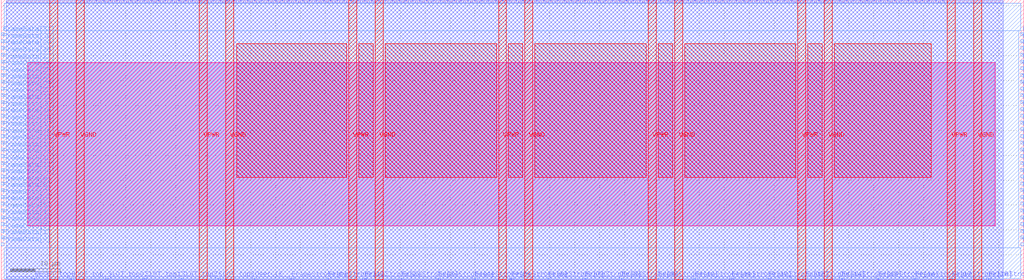
<source format=lef>
VERSION 5.7 ;
  NOWIREEXTENSIONATPIN ON ;
  DIVIDERCHAR "/" ;
  BUSBITCHARS "[]" ;
MACRO S_WARMBOOT
  CLASS BLOCK ;
  FOREIGN S_WARMBOOT ;
  ORIGIN 0.000 0.000 ;
  SIZE 205.000 BY 56.250 ;
  PIN BOOT_top
    DIRECTION OUTPUT ;
    USE SIGNAL ;
    ANTENNADIFFAREA 0.445500 ;
    PORT
      LAYER met2 ;
        RECT 13.890 0.000 14.170 0.280 ;
    END
  END BOOT_top
  PIN Co
    DIRECTION OUTPUT ;
    USE SIGNAL ;
    PORT
      LAYER met2 ;
        RECT 87.950 55.970 88.230 56.250 ;
    END
  END Co
  PIN FrameData[0]
    DIRECTION INPUT ;
    USE SIGNAL ;
    ANTENNAGATEAREA 0.213000 ;
    PORT
      LAYER met3 ;
        RECT 0.000 6.840 0.600 7.440 ;
    END
  END FrameData[0]
  PIN FrameData[10]
    DIRECTION INPUT ;
    USE SIGNAL ;
    ANTENNAGATEAREA 0.647700 ;
    ANTENNADIFFAREA 0.434700 ;
    PORT
      LAYER met3 ;
        RECT 0.000 20.440 0.600 21.040 ;
    END
  END FrameData[10]
  PIN FrameData[11]
    DIRECTION INPUT ;
    USE SIGNAL ;
    ANTENNAGATEAREA 0.631200 ;
    ANTENNADIFFAREA 0.434700 ;
    PORT
      LAYER met3 ;
        RECT 0.000 21.800 0.600 22.400 ;
    END
  END FrameData[11]
  PIN FrameData[12]
    DIRECTION INPUT ;
    USE SIGNAL ;
    ANTENNAGATEAREA 0.196500 ;
    PORT
      LAYER met3 ;
        RECT 0.000 23.160 0.600 23.760 ;
    END
  END FrameData[12]
  PIN FrameData[13]
    DIRECTION INPUT ;
    USE SIGNAL ;
    ANTENNAGATEAREA 0.196500 ;
    PORT
      LAYER met3 ;
        RECT 0.000 24.520 0.600 25.120 ;
    END
  END FrameData[13]
  PIN FrameData[14]
    DIRECTION INPUT ;
    USE SIGNAL ;
    ANTENNAGATEAREA 0.196500 ;
    PORT
      LAYER met3 ;
        RECT 0.000 25.880 0.600 26.480 ;
    END
  END FrameData[14]
  PIN FrameData[15]
    DIRECTION INPUT ;
    USE SIGNAL ;
    ANTENNAGATEAREA 0.196500 ;
    PORT
      LAYER met3 ;
        RECT 0.000 27.240 0.600 27.840 ;
    END
  END FrameData[15]
  PIN FrameData[16]
    DIRECTION INPUT ;
    USE SIGNAL ;
    ANTENNAGATEAREA 0.196500 ;
    PORT
      LAYER met3 ;
        RECT 0.000 28.600 0.600 29.200 ;
    END
  END FrameData[16]
  PIN FrameData[17]
    DIRECTION INPUT ;
    USE SIGNAL ;
    ANTENNAGATEAREA 0.196500 ;
    PORT
      LAYER met3 ;
        RECT 0.000 29.960 0.600 30.560 ;
    END
  END FrameData[17]
  PIN FrameData[18]
    DIRECTION INPUT ;
    USE SIGNAL ;
    ANTENNAGATEAREA 0.196500 ;
    PORT
      LAYER met3 ;
        RECT 0.000 31.320 0.600 31.920 ;
    END
  END FrameData[18]
  PIN FrameData[19]
    DIRECTION INPUT ;
    USE SIGNAL ;
    ANTENNAGATEAREA 0.196500 ;
    PORT
      LAYER met3 ;
        RECT 0.000 32.680 0.600 33.280 ;
    END
  END FrameData[19]
  PIN FrameData[1]
    DIRECTION INPUT ;
    USE SIGNAL ;
    ANTENNAGATEAREA 0.631200 ;
    ANTENNADIFFAREA 0.434700 ;
    PORT
      LAYER met3 ;
        RECT 0.000 8.200 0.600 8.800 ;
    END
  END FrameData[1]
  PIN FrameData[20]
    DIRECTION INPUT ;
    USE SIGNAL ;
    ANTENNAGATEAREA 0.196500 ;
    PORT
      LAYER met3 ;
        RECT 0.000 34.040 0.600 34.640 ;
    END
  END FrameData[20]
  PIN FrameData[21]
    DIRECTION INPUT ;
    USE SIGNAL ;
    ANTENNAGATEAREA 0.196500 ;
    PORT
      LAYER met3 ;
        RECT 0.000 35.400 0.600 36.000 ;
    END
  END FrameData[21]
  PIN FrameData[22]
    DIRECTION INPUT ;
    USE SIGNAL ;
    ANTENNAGATEAREA 0.196500 ;
    PORT
      LAYER met3 ;
        RECT 0.000 36.760 0.600 37.360 ;
    END
  END FrameData[22]
  PIN FrameData[23]
    DIRECTION INPUT ;
    USE SIGNAL ;
    ANTENNAGATEAREA 0.196500 ;
    PORT
      LAYER met3 ;
        RECT 0.000 38.120 0.600 38.720 ;
    END
  END FrameData[23]
  PIN FrameData[24]
    DIRECTION INPUT ;
    USE SIGNAL ;
    ANTENNAGATEAREA 0.126000 ;
    PORT
      LAYER met3 ;
        RECT 0.000 39.480 0.600 40.080 ;
    END
  END FrameData[24]
  PIN FrameData[25]
    DIRECTION INPUT ;
    USE SIGNAL ;
    ANTENNAGATEAREA 0.196500 ;
    PORT
      LAYER met3 ;
        RECT 0.000 40.840 0.600 41.440 ;
    END
  END FrameData[25]
  PIN FrameData[26]
    DIRECTION INPUT ;
    USE SIGNAL ;
    ANTENNAGATEAREA 0.196500 ;
    PORT
      LAYER met3 ;
        RECT 0.000 42.200 0.600 42.800 ;
    END
  END FrameData[26]
  PIN FrameData[27]
    DIRECTION INPUT ;
    USE SIGNAL ;
    ANTENNAGATEAREA 0.196500 ;
    PORT
      LAYER met3 ;
        RECT 0.000 43.560 0.600 44.160 ;
    END
  END FrameData[27]
  PIN FrameData[28]
    DIRECTION INPUT ;
    USE SIGNAL ;
    ANTENNAGATEAREA 0.196500 ;
    PORT
      LAYER met3 ;
        RECT 0.000 44.920 0.600 45.520 ;
    END
  END FrameData[28]
  PIN FrameData[29]
    DIRECTION INPUT ;
    USE SIGNAL ;
    ANTENNAGATEAREA 0.196500 ;
    PORT
      LAYER met3 ;
        RECT 0.000 46.280 0.600 46.880 ;
    END
  END FrameData[29]
  PIN FrameData[2]
    DIRECTION INPUT ;
    USE SIGNAL ;
    ANTENNAGATEAREA 0.213000 ;
    PORT
      LAYER met3 ;
        RECT 0.000 9.560 0.600 10.160 ;
    END
  END FrameData[2]
  PIN FrameData[30]
    DIRECTION INPUT ;
    USE SIGNAL ;
    ANTENNAGATEAREA 0.196500 ;
    PORT
      LAYER met3 ;
        RECT 0.000 47.640 0.600 48.240 ;
    END
  END FrameData[30]
  PIN FrameData[31]
    DIRECTION INPUT ;
    USE SIGNAL ;
    ANTENNAGATEAREA 0.196500 ;
    PORT
      LAYER met3 ;
        RECT 0.000 49.000 0.600 49.600 ;
    END
  END FrameData[31]
  PIN FrameData[3]
    DIRECTION INPUT ;
    USE SIGNAL ;
    ANTENNAGATEAREA 0.631200 ;
    ANTENNADIFFAREA 0.434700 ;
    PORT
      LAYER met3 ;
        RECT 0.000 10.920 0.600 11.520 ;
    END
  END FrameData[3]
  PIN FrameData[4]
    DIRECTION INPUT ;
    USE SIGNAL ;
    ANTENNAGATEAREA 0.213000 ;
    PORT
      LAYER met3 ;
        RECT 0.000 12.280 0.600 12.880 ;
    END
  END FrameData[4]
  PIN FrameData[5]
    DIRECTION INPUT ;
    USE SIGNAL ;
    ANTENNAGATEAREA 0.213000 ;
    PORT
      LAYER met3 ;
        RECT 0.000 13.640 0.600 14.240 ;
    END
  END FrameData[5]
  PIN FrameData[6]
    DIRECTION INPUT ;
    USE SIGNAL ;
    ANTENNAGATEAREA 0.213000 ;
    PORT
      LAYER met3 ;
        RECT 0.000 15.000 0.600 15.600 ;
    END
  END FrameData[6]
  PIN FrameData[7]
    DIRECTION INPUT ;
    USE SIGNAL ;
    ANTENNAGATEAREA 0.196500 ;
    PORT
      LAYER met3 ;
        RECT 0.000 16.360 0.600 16.960 ;
    END
  END FrameData[7]
  PIN FrameData[8]
    DIRECTION INPUT ;
    USE SIGNAL ;
    ANTENNAGATEAREA 0.631200 ;
    ANTENNADIFFAREA 0.434700 ;
    PORT
      LAYER met3 ;
        RECT 0.000 17.720 0.600 18.320 ;
    END
  END FrameData[8]
  PIN FrameData[9]
    DIRECTION INPUT ;
    USE SIGNAL ;
    ANTENNAGATEAREA 0.631200 ;
    ANTENNADIFFAREA 0.434700 ;
    PORT
      LAYER met3 ;
        RECT 0.000 19.080 0.600 19.680 ;
    END
  END FrameData[9]
  PIN FrameData_O[0]
    DIRECTION OUTPUT ;
    USE SIGNAL ;
    ANTENNADIFFAREA 0.445500 ;
    PORT
      LAYER met3 ;
        RECT 204.400 6.840 205.000 7.440 ;
    END
  END FrameData_O[0]
  PIN FrameData_O[10]
    DIRECTION OUTPUT ;
    USE SIGNAL ;
    ANTENNADIFFAREA 0.445500 ;
    PORT
      LAYER met3 ;
        RECT 204.400 20.440 205.000 21.040 ;
    END
  END FrameData_O[10]
  PIN FrameData_O[11]
    DIRECTION OUTPUT ;
    USE SIGNAL ;
    ANTENNADIFFAREA 0.445500 ;
    PORT
      LAYER met3 ;
        RECT 204.400 21.800 205.000 22.400 ;
    END
  END FrameData_O[11]
  PIN FrameData_O[12]
    DIRECTION OUTPUT ;
    USE SIGNAL ;
    ANTENNADIFFAREA 0.445500 ;
    PORT
      LAYER met3 ;
        RECT 204.400 23.160 205.000 23.760 ;
    END
  END FrameData_O[12]
  PIN FrameData_O[13]
    DIRECTION OUTPUT ;
    USE SIGNAL ;
    ANTENNADIFFAREA 0.445500 ;
    PORT
      LAYER met3 ;
        RECT 204.400 24.520 205.000 25.120 ;
    END
  END FrameData_O[13]
  PIN FrameData_O[14]
    DIRECTION OUTPUT ;
    USE SIGNAL ;
    ANTENNADIFFAREA 0.445500 ;
    PORT
      LAYER met3 ;
        RECT 204.400 25.880 205.000 26.480 ;
    END
  END FrameData_O[14]
  PIN FrameData_O[15]
    DIRECTION OUTPUT ;
    USE SIGNAL ;
    ANTENNADIFFAREA 0.445500 ;
    PORT
      LAYER met3 ;
        RECT 204.400 27.240 205.000 27.840 ;
    END
  END FrameData_O[15]
  PIN FrameData_O[16]
    DIRECTION OUTPUT ;
    USE SIGNAL ;
    ANTENNADIFFAREA 0.445500 ;
    PORT
      LAYER met3 ;
        RECT 204.400 28.600 205.000 29.200 ;
    END
  END FrameData_O[16]
  PIN FrameData_O[17]
    DIRECTION OUTPUT ;
    USE SIGNAL ;
    ANTENNADIFFAREA 0.445500 ;
    PORT
      LAYER met3 ;
        RECT 204.400 29.960 205.000 30.560 ;
    END
  END FrameData_O[17]
  PIN FrameData_O[18]
    DIRECTION OUTPUT ;
    USE SIGNAL ;
    ANTENNADIFFAREA 0.445500 ;
    PORT
      LAYER met3 ;
        RECT 204.400 31.320 205.000 31.920 ;
    END
  END FrameData_O[18]
  PIN FrameData_O[19]
    DIRECTION OUTPUT ;
    USE SIGNAL ;
    ANTENNADIFFAREA 0.445500 ;
    PORT
      LAYER met3 ;
        RECT 204.400 32.680 205.000 33.280 ;
    END
  END FrameData_O[19]
  PIN FrameData_O[1]
    DIRECTION OUTPUT ;
    USE SIGNAL ;
    ANTENNADIFFAREA 0.445500 ;
    PORT
      LAYER met3 ;
        RECT 204.400 8.200 205.000 8.800 ;
    END
  END FrameData_O[1]
  PIN FrameData_O[20]
    DIRECTION OUTPUT ;
    USE SIGNAL ;
    ANTENNADIFFAREA 0.445500 ;
    PORT
      LAYER met3 ;
        RECT 204.400 34.040 205.000 34.640 ;
    END
  END FrameData_O[20]
  PIN FrameData_O[21]
    DIRECTION OUTPUT ;
    USE SIGNAL ;
    ANTENNADIFFAREA 0.445500 ;
    PORT
      LAYER met3 ;
        RECT 204.400 35.400 205.000 36.000 ;
    END
  END FrameData_O[21]
  PIN FrameData_O[22]
    DIRECTION OUTPUT ;
    USE SIGNAL ;
    ANTENNADIFFAREA 0.445500 ;
    PORT
      LAYER met3 ;
        RECT 204.400 36.760 205.000 37.360 ;
    END
  END FrameData_O[22]
  PIN FrameData_O[23]
    DIRECTION OUTPUT ;
    USE SIGNAL ;
    ANTENNADIFFAREA 0.445500 ;
    PORT
      LAYER met3 ;
        RECT 204.400 38.120 205.000 38.720 ;
    END
  END FrameData_O[23]
  PIN FrameData_O[24]
    DIRECTION OUTPUT ;
    USE SIGNAL ;
    ANTENNADIFFAREA 0.445500 ;
    PORT
      LAYER met3 ;
        RECT 204.400 39.480 205.000 40.080 ;
    END
  END FrameData_O[24]
  PIN FrameData_O[25]
    DIRECTION OUTPUT ;
    USE SIGNAL ;
    ANTENNADIFFAREA 0.445500 ;
    PORT
      LAYER met3 ;
        RECT 204.400 40.840 205.000 41.440 ;
    END
  END FrameData_O[25]
  PIN FrameData_O[26]
    DIRECTION OUTPUT ;
    USE SIGNAL ;
    ANTENNADIFFAREA 0.445500 ;
    PORT
      LAYER met3 ;
        RECT 204.400 42.200 205.000 42.800 ;
    END
  END FrameData_O[26]
  PIN FrameData_O[27]
    DIRECTION OUTPUT ;
    USE SIGNAL ;
    ANTENNADIFFAREA 0.445500 ;
    PORT
      LAYER met3 ;
        RECT 204.400 43.560 205.000 44.160 ;
    END
  END FrameData_O[27]
  PIN FrameData_O[28]
    DIRECTION OUTPUT ;
    USE SIGNAL ;
    ANTENNADIFFAREA 0.445500 ;
    PORT
      LAYER met3 ;
        RECT 204.400 44.920 205.000 45.520 ;
    END
  END FrameData_O[28]
  PIN FrameData_O[29]
    DIRECTION OUTPUT ;
    USE SIGNAL ;
    ANTENNADIFFAREA 0.445500 ;
    PORT
      LAYER met3 ;
        RECT 204.400 46.280 205.000 46.880 ;
    END
  END FrameData_O[29]
  PIN FrameData_O[2]
    DIRECTION OUTPUT ;
    USE SIGNAL ;
    ANTENNADIFFAREA 0.445500 ;
    PORT
      LAYER met3 ;
        RECT 204.400 9.560 205.000 10.160 ;
    END
  END FrameData_O[2]
  PIN FrameData_O[30]
    DIRECTION OUTPUT ;
    USE SIGNAL ;
    ANTENNADIFFAREA 0.445500 ;
    PORT
      LAYER met3 ;
        RECT 204.400 47.640 205.000 48.240 ;
    END
  END FrameData_O[30]
  PIN FrameData_O[31]
    DIRECTION OUTPUT ;
    USE SIGNAL ;
    ANTENNADIFFAREA 0.445500 ;
    PORT
      LAYER met3 ;
        RECT 204.400 49.000 205.000 49.600 ;
    END
  END FrameData_O[31]
  PIN FrameData_O[3]
    DIRECTION OUTPUT ;
    USE SIGNAL ;
    ANTENNADIFFAREA 0.445500 ;
    PORT
      LAYER met3 ;
        RECT 204.400 10.920 205.000 11.520 ;
    END
  END FrameData_O[3]
  PIN FrameData_O[4]
    DIRECTION OUTPUT ;
    USE SIGNAL ;
    ANTENNADIFFAREA 0.445500 ;
    PORT
      LAYER met3 ;
        RECT 204.400 12.280 205.000 12.880 ;
    END
  END FrameData_O[4]
  PIN FrameData_O[5]
    DIRECTION OUTPUT ;
    USE SIGNAL ;
    ANTENNADIFFAREA 0.445500 ;
    PORT
      LAYER met3 ;
        RECT 204.400 13.640 205.000 14.240 ;
    END
  END FrameData_O[5]
  PIN FrameData_O[6]
    DIRECTION OUTPUT ;
    USE SIGNAL ;
    ANTENNADIFFAREA 0.445500 ;
    PORT
      LAYER met3 ;
        RECT 204.400 15.000 205.000 15.600 ;
    END
  END FrameData_O[6]
  PIN FrameData_O[7]
    DIRECTION OUTPUT ;
    USE SIGNAL ;
    ANTENNADIFFAREA 0.445500 ;
    PORT
      LAYER met3 ;
        RECT 204.400 16.360 205.000 16.960 ;
    END
  END FrameData_O[7]
  PIN FrameData_O[8]
    DIRECTION OUTPUT ;
    USE SIGNAL ;
    ANTENNADIFFAREA 0.445500 ;
    PORT
      LAYER met3 ;
        RECT 204.400 17.720 205.000 18.320 ;
    END
  END FrameData_O[8]
  PIN FrameData_O[9]
    DIRECTION OUTPUT ;
    USE SIGNAL ;
    ANTENNADIFFAREA 0.445500 ;
    PORT
      LAYER met3 ;
        RECT 204.400 19.080 205.000 19.680 ;
    END
  END FrameData_O[9]
  PIN FrameStrobe[0]
    DIRECTION INPUT ;
    USE SIGNAL ;
    ANTENNAGATEAREA 0.196500 ;
    PORT
      LAYER met2 ;
        RECT 58.050 0.000 58.330 0.280 ;
    END
  END FrameStrobe[0]
  PIN FrameStrobe[10]
    DIRECTION INPUT ;
    USE SIGNAL ;
    ANTENNAGATEAREA 0.196500 ;
    PORT
      LAYER met2 ;
        RECT 131.650 0.000 131.930 0.280 ;
    END
  END FrameStrobe[10]
  PIN FrameStrobe[11]
    DIRECTION INPUT ;
    USE SIGNAL ;
    ANTENNAGATEAREA 0.196500 ;
    PORT
      LAYER met2 ;
        RECT 139.010 0.000 139.290 0.280 ;
    END
  END FrameStrobe[11]
  PIN FrameStrobe[12]
    DIRECTION INPUT ;
    USE SIGNAL ;
    ANTENNAGATEAREA 0.196500 ;
    PORT
      LAYER met2 ;
        RECT 146.370 0.000 146.650 0.280 ;
    END
  END FrameStrobe[12]
  PIN FrameStrobe[13]
    DIRECTION INPUT ;
    USE SIGNAL ;
    ANTENNAGATEAREA 0.196500 ;
    PORT
      LAYER met2 ;
        RECT 153.730 0.000 154.010 0.280 ;
    END
  END FrameStrobe[13]
  PIN FrameStrobe[14]
    DIRECTION INPUT ;
    USE SIGNAL ;
    ANTENNAGATEAREA 0.196500 ;
    PORT
      LAYER met2 ;
        RECT 161.090 0.000 161.370 0.280 ;
    END
  END FrameStrobe[14]
  PIN FrameStrobe[15]
    DIRECTION INPUT ;
    USE SIGNAL ;
    ANTENNAGATEAREA 0.196500 ;
    PORT
      LAYER met2 ;
        RECT 168.450 0.000 168.730 0.280 ;
    END
  END FrameStrobe[15]
  PIN FrameStrobe[16]
    DIRECTION INPUT ;
    USE SIGNAL ;
    ANTENNAGATEAREA 0.196500 ;
    PORT
      LAYER met2 ;
        RECT 175.810 0.000 176.090 0.280 ;
    END
  END FrameStrobe[16]
  PIN FrameStrobe[17]
    DIRECTION INPUT ;
    USE SIGNAL ;
    ANTENNAGATEAREA 0.196500 ;
    PORT
      LAYER met2 ;
        RECT 183.170 0.000 183.450 0.280 ;
    END
  END FrameStrobe[17]
  PIN FrameStrobe[18]
    DIRECTION INPUT ;
    USE SIGNAL ;
    ANTENNAGATEAREA 0.196500 ;
    PORT
      LAYER met2 ;
        RECT 190.530 0.000 190.810 0.280 ;
    END
  END FrameStrobe[18]
  PIN FrameStrobe[19]
    DIRECTION INPUT ;
    USE SIGNAL ;
    ANTENNAGATEAREA 0.196500 ;
    PORT
      LAYER met2 ;
        RECT 197.890 0.000 198.170 0.280 ;
    END
  END FrameStrobe[19]
  PIN FrameStrobe[1]
    DIRECTION INPUT ;
    USE SIGNAL ;
    ANTENNAGATEAREA 0.631200 ;
    ANTENNADIFFAREA 0.434700 ;
    PORT
      LAYER met2 ;
        RECT 65.410 0.000 65.690 0.280 ;
    END
  END FrameStrobe[1]
  PIN FrameStrobe[2]
    DIRECTION INPUT ;
    USE SIGNAL ;
    ANTENNAGATEAREA 0.196500 ;
    PORT
      LAYER met2 ;
        RECT 72.770 0.000 73.050 0.280 ;
    END
  END FrameStrobe[2]
  PIN FrameStrobe[3]
    DIRECTION INPUT ;
    USE SIGNAL ;
    ANTENNAGATEAREA 0.196500 ;
    PORT
      LAYER met2 ;
        RECT 80.130 0.000 80.410 0.280 ;
    END
  END FrameStrobe[3]
  PIN FrameStrobe[4]
    DIRECTION INPUT ;
    USE SIGNAL ;
    ANTENNAGATEAREA 0.631200 ;
    ANTENNADIFFAREA 0.434700 ;
    PORT
      LAYER met2 ;
        RECT 87.490 0.000 87.770 0.280 ;
    END
  END FrameStrobe[4]
  PIN FrameStrobe[5]
    DIRECTION INPUT ;
    USE SIGNAL ;
    ANTENNAGATEAREA 0.631200 ;
    ANTENNADIFFAREA 0.434700 ;
    PORT
      LAYER met2 ;
        RECT 94.850 0.000 95.130 0.280 ;
    END
  END FrameStrobe[5]
  PIN FrameStrobe[6]
    DIRECTION INPUT ;
    USE SIGNAL ;
    ANTENNAGATEAREA 0.196500 ;
    PORT
      LAYER met2 ;
        RECT 102.210 0.000 102.490 0.280 ;
    END
  END FrameStrobe[6]
  PIN FrameStrobe[7]
    DIRECTION INPUT ;
    USE SIGNAL ;
    ANTENNAGATEAREA 0.196500 ;
    PORT
      LAYER met2 ;
        RECT 109.570 0.000 109.850 0.280 ;
    END
  END FrameStrobe[7]
  PIN FrameStrobe[8]
    DIRECTION INPUT ;
    USE SIGNAL ;
    ANTENNAGATEAREA 0.196500 ;
    PORT
      LAYER met2 ;
        RECT 116.930 0.000 117.210 0.280 ;
    END
  END FrameStrobe[8]
  PIN FrameStrobe[9]
    DIRECTION INPUT ;
    USE SIGNAL ;
    ANTENNAGATEAREA 0.196500 ;
    PORT
      LAYER met2 ;
        RECT 124.290 0.000 124.570 0.280 ;
    END
  END FrameStrobe[9]
  PIN FrameStrobe_O[0]
    DIRECTION OUTPUT ;
    USE SIGNAL ;
    ANTENNADIFFAREA 0.445500 ;
    PORT
      LAYER met2 ;
        RECT 162.470 55.970 162.750 56.250 ;
    END
  END FrameStrobe_O[0]
  PIN FrameStrobe_O[10]
    DIRECTION OUTPUT ;
    USE SIGNAL ;
    ANTENNADIFFAREA 0.445500 ;
    PORT
      LAYER met2 ;
        RECT 176.270 55.970 176.550 56.250 ;
    END
  END FrameStrobe_O[10]
  PIN FrameStrobe_O[11]
    DIRECTION OUTPUT ;
    USE SIGNAL ;
    ANTENNADIFFAREA 0.445500 ;
    PORT
      LAYER met2 ;
        RECT 177.650 55.970 177.930 56.250 ;
    END
  END FrameStrobe_O[11]
  PIN FrameStrobe_O[12]
    DIRECTION OUTPUT ;
    USE SIGNAL ;
    ANTENNADIFFAREA 0.445500 ;
    PORT
      LAYER met2 ;
        RECT 179.030 55.970 179.310 56.250 ;
    END
  END FrameStrobe_O[12]
  PIN FrameStrobe_O[13]
    DIRECTION OUTPUT ;
    USE SIGNAL ;
    ANTENNADIFFAREA 0.445500 ;
    PORT
      LAYER met2 ;
        RECT 180.410 55.970 180.690 56.250 ;
    END
  END FrameStrobe_O[13]
  PIN FrameStrobe_O[14]
    DIRECTION OUTPUT ;
    USE SIGNAL ;
    ANTENNADIFFAREA 0.445500 ;
    PORT
      LAYER met2 ;
        RECT 181.790 55.970 182.070 56.250 ;
    END
  END FrameStrobe_O[14]
  PIN FrameStrobe_O[15]
    DIRECTION OUTPUT ;
    USE SIGNAL ;
    ANTENNADIFFAREA 0.445500 ;
    PORT
      LAYER met2 ;
        RECT 183.170 55.970 183.450 56.250 ;
    END
  END FrameStrobe_O[15]
  PIN FrameStrobe_O[16]
    DIRECTION OUTPUT ;
    USE SIGNAL ;
    ANTENNADIFFAREA 0.445500 ;
    PORT
      LAYER met2 ;
        RECT 184.550 55.970 184.830 56.250 ;
    END
  END FrameStrobe_O[16]
  PIN FrameStrobe_O[17]
    DIRECTION OUTPUT ;
    USE SIGNAL ;
    ANTENNADIFFAREA 0.445500 ;
    PORT
      LAYER met2 ;
        RECT 185.930 55.970 186.210 56.250 ;
    END
  END FrameStrobe_O[17]
  PIN FrameStrobe_O[18]
    DIRECTION OUTPUT ;
    USE SIGNAL ;
    ANTENNADIFFAREA 0.445500 ;
    PORT
      LAYER met2 ;
        RECT 187.310 55.970 187.590 56.250 ;
    END
  END FrameStrobe_O[18]
  PIN FrameStrobe_O[19]
    DIRECTION OUTPUT ;
    USE SIGNAL ;
    ANTENNADIFFAREA 0.445500 ;
    PORT
      LAYER met2 ;
        RECT 188.690 55.970 188.970 56.250 ;
    END
  END FrameStrobe_O[19]
  PIN FrameStrobe_O[1]
    DIRECTION OUTPUT ;
    USE SIGNAL ;
    ANTENNADIFFAREA 0.445500 ;
    PORT
      LAYER met2 ;
        RECT 163.850 55.970 164.130 56.250 ;
    END
  END FrameStrobe_O[1]
  PIN FrameStrobe_O[2]
    DIRECTION OUTPUT ;
    USE SIGNAL ;
    ANTENNADIFFAREA 0.445500 ;
    PORT
      LAYER met2 ;
        RECT 165.230 55.970 165.510 56.250 ;
    END
  END FrameStrobe_O[2]
  PIN FrameStrobe_O[3]
    DIRECTION OUTPUT ;
    USE SIGNAL ;
    ANTENNADIFFAREA 0.445500 ;
    PORT
      LAYER met2 ;
        RECT 166.610 55.970 166.890 56.250 ;
    END
  END FrameStrobe_O[3]
  PIN FrameStrobe_O[4]
    DIRECTION OUTPUT ;
    USE SIGNAL ;
    ANTENNADIFFAREA 0.445500 ;
    PORT
      LAYER met2 ;
        RECT 167.990 55.970 168.270 56.250 ;
    END
  END FrameStrobe_O[4]
  PIN FrameStrobe_O[5]
    DIRECTION OUTPUT ;
    USE SIGNAL ;
    ANTENNADIFFAREA 0.445500 ;
    PORT
      LAYER met2 ;
        RECT 169.370 55.970 169.650 56.250 ;
    END
  END FrameStrobe_O[5]
  PIN FrameStrobe_O[6]
    DIRECTION OUTPUT ;
    USE SIGNAL ;
    ANTENNADIFFAREA 0.445500 ;
    PORT
      LAYER met2 ;
        RECT 170.750 55.970 171.030 56.250 ;
    END
  END FrameStrobe_O[6]
  PIN FrameStrobe_O[7]
    DIRECTION OUTPUT ;
    USE SIGNAL ;
    ANTENNADIFFAREA 0.445500 ;
    PORT
      LAYER met2 ;
        RECT 172.130 55.970 172.410 56.250 ;
    END
  END FrameStrobe_O[7]
  PIN FrameStrobe_O[8]
    DIRECTION OUTPUT ;
    USE SIGNAL ;
    ANTENNADIFFAREA 0.445500 ;
    PORT
      LAYER met2 ;
        RECT 173.510 55.970 173.790 56.250 ;
    END
  END FrameStrobe_O[8]
  PIN FrameStrobe_O[9]
    DIRECTION OUTPUT ;
    USE SIGNAL ;
    ANTENNADIFFAREA 0.445500 ;
    PORT
      LAYER met2 ;
        RECT 174.890 55.970 175.170 56.250 ;
    END
  END FrameStrobe_O[9]
  PIN N1BEG[0]
    DIRECTION OUTPUT ;
    USE SIGNAL ;
    ANTENNADIFFAREA 0.445500 ;
    PORT
      LAYER met2 ;
        RECT 16.190 55.970 16.470 56.250 ;
    END
  END N1BEG[0]
  PIN N1BEG[1]
    DIRECTION OUTPUT ;
    USE SIGNAL ;
    ANTENNADIFFAREA 0.445500 ;
    PORT
      LAYER met2 ;
        RECT 17.570 55.970 17.850 56.250 ;
    END
  END N1BEG[1]
  PIN N1BEG[2]
    DIRECTION OUTPUT ;
    USE SIGNAL ;
    ANTENNADIFFAREA 0.445500 ;
    PORT
      LAYER met2 ;
        RECT 18.950 55.970 19.230 56.250 ;
    END
  END N1BEG[2]
  PIN N1BEG[3]
    DIRECTION OUTPUT ;
    USE SIGNAL ;
    ANTENNADIFFAREA 0.445500 ;
    PORT
      LAYER met2 ;
        RECT 20.330 55.970 20.610 56.250 ;
    END
  END N1BEG[3]
  PIN N2BEG[0]
    DIRECTION OUTPUT ;
    USE SIGNAL ;
    ANTENNADIFFAREA 0.445500 ;
    PORT
      LAYER met2 ;
        RECT 21.710 55.970 21.990 56.250 ;
    END
  END N2BEG[0]
  PIN N2BEG[1]
    DIRECTION OUTPUT ;
    USE SIGNAL ;
    ANTENNADIFFAREA 0.445500 ;
    PORT
      LAYER met2 ;
        RECT 23.090 55.970 23.370 56.250 ;
    END
  END N2BEG[1]
  PIN N2BEG[2]
    DIRECTION OUTPUT ;
    USE SIGNAL ;
    ANTENNADIFFAREA 0.445500 ;
    PORT
      LAYER met2 ;
        RECT 24.470 55.970 24.750 56.250 ;
    END
  END N2BEG[2]
  PIN N2BEG[3]
    DIRECTION OUTPUT ;
    USE SIGNAL ;
    ANTENNADIFFAREA 0.445500 ;
    PORT
      LAYER met2 ;
        RECT 25.850 55.970 26.130 56.250 ;
    END
  END N2BEG[3]
  PIN N2BEG[4]
    DIRECTION OUTPUT ;
    USE SIGNAL ;
    ANTENNADIFFAREA 0.445500 ;
    PORT
      LAYER met2 ;
        RECT 27.230 55.970 27.510 56.250 ;
    END
  END N2BEG[4]
  PIN N2BEG[5]
    DIRECTION OUTPUT ;
    USE SIGNAL ;
    ANTENNADIFFAREA 0.445500 ;
    PORT
      LAYER met2 ;
        RECT 28.610 55.970 28.890 56.250 ;
    END
  END N2BEG[5]
  PIN N2BEG[6]
    DIRECTION OUTPUT ;
    USE SIGNAL ;
    ANTENNADIFFAREA 0.445500 ;
    PORT
      LAYER met2 ;
        RECT 29.990 55.970 30.270 56.250 ;
    END
  END N2BEG[6]
  PIN N2BEG[7]
    DIRECTION OUTPUT ;
    USE SIGNAL ;
    ANTENNADIFFAREA 0.445500 ;
    PORT
      LAYER met2 ;
        RECT 31.370 55.970 31.650 56.250 ;
    END
  END N2BEG[7]
  PIN N2BEGb[0]
    DIRECTION OUTPUT ;
    USE SIGNAL ;
    ANTENNADIFFAREA 0.445500 ;
    PORT
      LAYER met2 ;
        RECT 32.750 55.970 33.030 56.250 ;
    END
  END N2BEGb[0]
  PIN N2BEGb[1]
    DIRECTION OUTPUT ;
    USE SIGNAL ;
    ANTENNADIFFAREA 0.445500 ;
    PORT
      LAYER met2 ;
        RECT 34.130 55.970 34.410 56.250 ;
    END
  END N2BEGb[1]
  PIN N2BEGb[2]
    DIRECTION OUTPUT ;
    USE SIGNAL ;
    ANTENNADIFFAREA 0.445500 ;
    PORT
      LAYER met2 ;
        RECT 35.510 55.970 35.790 56.250 ;
    END
  END N2BEGb[2]
  PIN N2BEGb[3]
    DIRECTION OUTPUT ;
    USE SIGNAL ;
    ANTENNADIFFAREA 0.445500 ;
    PORT
      LAYER met2 ;
        RECT 36.890 55.970 37.170 56.250 ;
    END
  END N2BEGb[3]
  PIN N2BEGb[4]
    DIRECTION OUTPUT ;
    USE SIGNAL ;
    ANTENNADIFFAREA 0.445500 ;
    PORT
      LAYER met2 ;
        RECT 38.270 55.970 38.550 56.250 ;
    END
  END N2BEGb[4]
  PIN N2BEGb[5]
    DIRECTION OUTPUT ;
    USE SIGNAL ;
    ANTENNADIFFAREA 0.445500 ;
    PORT
      LAYER met2 ;
        RECT 39.650 55.970 39.930 56.250 ;
    END
  END N2BEGb[5]
  PIN N2BEGb[6]
    DIRECTION OUTPUT ;
    USE SIGNAL ;
    ANTENNADIFFAREA 0.445500 ;
    PORT
      LAYER met2 ;
        RECT 41.030 55.970 41.310 56.250 ;
    END
  END N2BEGb[6]
  PIN N2BEGb[7]
    DIRECTION OUTPUT ;
    USE SIGNAL ;
    ANTENNADIFFAREA 0.445500 ;
    PORT
      LAYER met2 ;
        RECT 42.410 55.970 42.690 56.250 ;
    END
  END N2BEGb[7]
  PIN N4BEG[0]
    DIRECTION OUTPUT ;
    USE SIGNAL ;
    ANTENNADIFFAREA 0.445500 ;
    PORT
      LAYER met2 ;
        RECT 43.790 55.970 44.070 56.250 ;
    END
  END N4BEG[0]
  PIN N4BEG[10]
    DIRECTION OUTPUT ;
    USE SIGNAL ;
    ANTENNADIFFAREA 0.445500 ;
    PORT
      LAYER met2 ;
        RECT 57.590 55.970 57.870 56.250 ;
    END
  END N4BEG[10]
  PIN N4BEG[11]
    DIRECTION OUTPUT ;
    USE SIGNAL ;
    ANTENNADIFFAREA 0.445500 ;
    PORT
      LAYER met2 ;
        RECT 58.970 55.970 59.250 56.250 ;
    END
  END N4BEG[11]
  PIN N4BEG[12]
    DIRECTION OUTPUT ;
    USE SIGNAL ;
    ANTENNADIFFAREA 0.445500 ;
    PORT
      LAYER met2 ;
        RECT 60.350 55.970 60.630 56.250 ;
    END
  END N4BEG[12]
  PIN N4BEG[13]
    DIRECTION OUTPUT ;
    USE SIGNAL ;
    ANTENNADIFFAREA 0.445500 ;
    PORT
      LAYER met2 ;
        RECT 61.730 55.970 62.010 56.250 ;
    END
  END N4BEG[13]
  PIN N4BEG[14]
    DIRECTION OUTPUT ;
    USE SIGNAL ;
    ANTENNADIFFAREA 0.445500 ;
    PORT
      LAYER met2 ;
        RECT 63.110 55.970 63.390 56.250 ;
    END
  END N4BEG[14]
  PIN N4BEG[15]
    DIRECTION OUTPUT ;
    USE SIGNAL ;
    ANTENNADIFFAREA 0.445500 ;
    PORT
      LAYER met2 ;
        RECT 64.490 55.970 64.770 56.250 ;
    END
  END N4BEG[15]
  PIN N4BEG[1]
    DIRECTION OUTPUT ;
    USE SIGNAL ;
    ANTENNADIFFAREA 0.445500 ;
    PORT
      LAYER met2 ;
        RECT 45.170 55.970 45.450 56.250 ;
    END
  END N4BEG[1]
  PIN N4BEG[2]
    DIRECTION OUTPUT ;
    USE SIGNAL ;
    ANTENNADIFFAREA 0.445500 ;
    PORT
      LAYER met2 ;
        RECT 46.550 55.970 46.830 56.250 ;
    END
  END N4BEG[2]
  PIN N4BEG[3]
    DIRECTION OUTPUT ;
    USE SIGNAL ;
    ANTENNADIFFAREA 0.445500 ;
    PORT
      LAYER met2 ;
        RECT 47.930 55.970 48.210 56.250 ;
    END
  END N4BEG[3]
  PIN N4BEG[4]
    DIRECTION OUTPUT ;
    USE SIGNAL ;
    ANTENNADIFFAREA 0.445500 ;
    PORT
      LAYER met2 ;
        RECT 49.310 55.970 49.590 56.250 ;
    END
  END N4BEG[4]
  PIN N4BEG[5]
    DIRECTION OUTPUT ;
    USE SIGNAL ;
    ANTENNADIFFAREA 0.445500 ;
    PORT
      LAYER met2 ;
        RECT 50.690 55.970 50.970 56.250 ;
    END
  END N4BEG[5]
  PIN N4BEG[6]
    DIRECTION OUTPUT ;
    USE SIGNAL ;
    ANTENNADIFFAREA 0.445500 ;
    PORT
      LAYER met2 ;
        RECT 52.070 55.970 52.350 56.250 ;
    END
  END N4BEG[6]
  PIN N4BEG[7]
    DIRECTION OUTPUT ;
    USE SIGNAL ;
    ANTENNADIFFAREA 0.445500 ;
    PORT
      LAYER met2 ;
        RECT 53.450 55.970 53.730 56.250 ;
    END
  END N4BEG[7]
  PIN N4BEG[8]
    DIRECTION OUTPUT ;
    USE SIGNAL ;
    ANTENNADIFFAREA 0.445500 ;
    PORT
      LAYER met2 ;
        RECT 54.830 55.970 55.110 56.250 ;
    END
  END N4BEG[8]
  PIN N4BEG[9]
    DIRECTION OUTPUT ;
    USE SIGNAL ;
    ANTENNADIFFAREA 0.445500 ;
    PORT
      LAYER met2 ;
        RECT 56.210 55.970 56.490 56.250 ;
    END
  END N4BEG[9]
  PIN NN4BEG[0]
    DIRECTION OUTPUT ;
    USE SIGNAL ;
    ANTENNADIFFAREA 0.445500 ;
    PORT
      LAYER met2 ;
        RECT 65.870 55.970 66.150 56.250 ;
    END
  END NN4BEG[0]
  PIN NN4BEG[10]
    DIRECTION OUTPUT ;
    USE SIGNAL ;
    ANTENNADIFFAREA 0.445500 ;
    PORT
      LAYER met2 ;
        RECT 79.670 55.970 79.950 56.250 ;
    END
  END NN4BEG[10]
  PIN NN4BEG[11]
    DIRECTION OUTPUT ;
    USE SIGNAL ;
    ANTENNADIFFAREA 0.445500 ;
    PORT
      LAYER met2 ;
        RECT 81.050 55.970 81.330 56.250 ;
    END
  END NN4BEG[11]
  PIN NN4BEG[12]
    DIRECTION OUTPUT ;
    USE SIGNAL ;
    ANTENNADIFFAREA 0.445500 ;
    PORT
      LAYER met2 ;
        RECT 82.430 55.970 82.710 56.250 ;
    END
  END NN4BEG[12]
  PIN NN4BEG[13]
    DIRECTION OUTPUT ;
    USE SIGNAL ;
    ANTENNADIFFAREA 0.445500 ;
    PORT
      LAYER met2 ;
        RECT 83.810 55.970 84.090 56.250 ;
    END
  END NN4BEG[13]
  PIN NN4BEG[14]
    DIRECTION OUTPUT ;
    USE SIGNAL ;
    ANTENNADIFFAREA 0.445500 ;
    PORT
      LAYER met2 ;
        RECT 85.190 55.970 85.470 56.250 ;
    END
  END NN4BEG[14]
  PIN NN4BEG[15]
    DIRECTION OUTPUT ;
    USE SIGNAL ;
    ANTENNADIFFAREA 0.445500 ;
    PORT
      LAYER met2 ;
        RECT 86.570 55.970 86.850 56.250 ;
    END
  END NN4BEG[15]
  PIN NN4BEG[1]
    DIRECTION OUTPUT ;
    USE SIGNAL ;
    ANTENNADIFFAREA 0.445500 ;
    PORT
      LAYER met2 ;
        RECT 67.250 55.970 67.530 56.250 ;
    END
  END NN4BEG[1]
  PIN NN4BEG[2]
    DIRECTION OUTPUT ;
    USE SIGNAL ;
    ANTENNADIFFAREA 0.445500 ;
    PORT
      LAYER met2 ;
        RECT 68.630 55.970 68.910 56.250 ;
    END
  END NN4BEG[2]
  PIN NN4BEG[3]
    DIRECTION OUTPUT ;
    USE SIGNAL ;
    ANTENNADIFFAREA 0.445500 ;
    PORT
      LAYER met2 ;
        RECT 70.010 55.970 70.290 56.250 ;
    END
  END NN4BEG[3]
  PIN NN4BEG[4]
    DIRECTION OUTPUT ;
    USE SIGNAL ;
    ANTENNADIFFAREA 0.445500 ;
    PORT
      LAYER met2 ;
        RECT 71.390 55.970 71.670 56.250 ;
    END
  END NN4BEG[4]
  PIN NN4BEG[5]
    DIRECTION OUTPUT ;
    USE SIGNAL ;
    ANTENNADIFFAREA 0.445500 ;
    PORT
      LAYER met2 ;
        RECT 72.770 55.970 73.050 56.250 ;
    END
  END NN4BEG[5]
  PIN NN4BEG[6]
    DIRECTION OUTPUT ;
    USE SIGNAL ;
    ANTENNADIFFAREA 0.445500 ;
    PORT
      LAYER met2 ;
        RECT 74.150 55.970 74.430 56.250 ;
    END
  END NN4BEG[6]
  PIN NN4BEG[7]
    DIRECTION OUTPUT ;
    USE SIGNAL ;
    ANTENNADIFFAREA 0.445500 ;
    PORT
      LAYER met2 ;
        RECT 75.530 55.970 75.810 56.250 ;
    END
  END NN4BEG[7]
  PIN NN4BEG[8]
    DIRECTION OUTPUT ;
    USE SIGNAL ;
    ANTENNADIFFAREA 0.445500 ;
    PORT
      LAYER met2 ;
        RECT 76.910 55.970 77.190 56.250 ;
    END
  END NN4BEG[8]
  PIN NN4BEG[9]
    DIRECTION OUTPUT ;
    USE SIGNAL ;
    ANTENNADIFFAREA 0.445500 ;
    PORT
      LAYER met2 ;
        RECT 78.290 55.970 78.570 56.250 ;
    END
  END NN4BEG[9]
  PIN RESET_top
    DIRECTION INPUT ;
    USE SIGNAL ;
    ANTENNAGATEAREA 0.126000 ;
    PORT
      LAYER met2 ;
        RECT 6.530 0.000 6.810 0.280 ;
    END
  END RESET_top
  PIN S1END[0]
    DIRECTION INPUT ;
    USE SIGNAL ;
    ANTENNAGATEAREA 0.196500 ;
    PORT
      LAYER met2 ;
        RECT 89.330 55.970 89.610 56.250 ;
    END
  END S1END[0]
  PIN S1END[1]
    DIRECTION INPUT ;
    USE SIGNAL ;
    ANTENNAGATEAREA 0.196500 ;
    PORT
      LAYER met2 ;
        RECT 90.710 55.970 90.990 56.250 ;
    END
  END S1END[1]
  PIN S1END[2]
    DIRECTION INPUT ;
    USE SIGNAL ;
    ANTENNAGATEAREA 0.196500 ;
    PORT
      LAYER met2 ;
        RECT 92.090 55.970 92.370 56.250 ;
    END
  END S1END[2]
  PIN S1END[3]
    DIRECTION INPUT ;
    USE SIGNAL ;
    ANTENNAGATEAREA 0.196500 ;
    PORT
      LAYER met2 ;
        RECT 93.470 55.970 93.750 56.250 ;
    END
  END S1END[3]
  PIN S2END[0]
    DIRECTION INPUT ;
    USE SIGNAL ;
    ANTENNAGATEAREA 0.196500 ;
    PORT
      LAYER met2 ;
        RECT 105.890 55.970 106.170 56.250 ;
    END
  END S2END[0]
  PIN S2END[1]
    DIRECTION INPUT ;
    USE SIGNAL ;
    ANTENNAGATEAREA 0.196500 ;
    PORT
      LAYER met2 ;
        RECT 107.270 55.970 107.550 56.250 ;
    END
  END S2END[1]
  PIN S2END[2]
    DIRECTION INPUT ;
    USE SIGNAL ;
    ANTENNAGATEAREA 0.196500 ;
    PORT
      LAYER met2 ;
        RECT 108.650 55.970 108.930 56.250 ;
    END
  END S2END[2]
  PIN S2END[3]
    DIRECTION INPUT ;
    USE SIGNAL ;
    ANTENNAGATEAREA 0.196500 ;
    PORT
      LAYER met2 ;
        RECT 110.030 55.970 110.310 56.250 ;
    END
  END S2END[3]
  PIN S2END[4]
    DIRECTION INPUT ;
    USE SIGNAL ;
    ANTENNAGATEAREA 0.196500 ;
    PORT
      LAYER met2 ;
        RECT 111.410 55.970 111.690 56.250 ;
    END
  END S2END[4]
  PIN S2END[5]
    DIRECTION INPUT ;
    USE SIGNAL ;
    ANTENNAGATEAREA 0.196500 ;
    PORT
      LAYER met2 ;
        RECT 112.790 55.970 113.070 56.250 ;
    END
  END S2END[5]
  PIN S2END[6]
    DIRECTION INPUT ;
    USE SIGNAL ;
    ANTENNAGATEAREA 0.196500 ;
    PORT
      LAYER met2 ;
        RECT 114.170 55.970 114.450 56.250 ;
    END
  END S2END[6]
  PIN S2END[7]
    DIRECTION INPUT ;
    USE SIGNAL ;
    ANTENNAGATEAREA 0.196500 ;
    PORT
      LAYER met2 ;
        RECT 115.550 55.970 115.830 56.250 ;
    END
  END S2END[7]
  PIN S2MID[0]
    DIRECTION INPUT ;
    USE SIGNAL ;
    ANTENNAGATEAREA 0.196500 ;
    PORT
      LAYER met2 ;
        RECT 94.850 55.970 95.130 56.250 ;
    END
  END S2MID[0]
  PIN S2MID[1]
    DIRECTION INPUT ;
    USE SIGNAL ;
    ANTENNAGATEAREA 0.196500 ;
    PORT
      LAYER met2 ;
        RECT 96.230 55.970 96.510 56.250 ;
    END
  END S2MID[1]
  PIN S2MID[2]
    DIRECTION INPUT ;
    USE SIGNAL ;
    ANTENNAGATEAREA 0.196500 ;
    PORT
      LAYER met2 ;
        RECT 97.610 55.970 97.890 56.250 ;
    END
  END S2MID[2]
  PIN S2MID[3]
    DIRECTION INPUT ;
    USE SIGNAL ;
    ANTENNAGATEAREA 0.196500 ;
    PORT
      LAYER met2 ;
        RECT 98.990 55.970 99.270 56.250 ;
    END
  END S2MID[3]
  PIN S2MID[4]
    DIRECTION INPUT ;
    USE SIGNAL ;
    ANTENNAGATEAREA 0.196500 ;
    PORT
      LAYER met2 ;
        RECT 100.370 55.970 100.650 56.250 ;
    END
  END S2MID[4]
  PIN S2MID[5]
    DIRECTION INPUT ;
    USE SIGNAL ;
    ANTENNAGATEAREA 0.196500 ;
    PORT
      LAYER met2 ;
        RECT 101.750 55.970 102.030 56.250 ;
    END
  END S2MID[5]
  PIN S2MID[6]
    DIRECTION INPUT ;
    USE SIGNAL ;
    ANTENNAGATEAREA 0.196500 ;
    PORT
      LAYER met2 ;
        RECT 103.130 55.970 103.410 56.250 ;
    END
  END S2MID[6]
  PIN S2MID[7]
    DIRECTION INPUT ;
    USE SIGNAL ;
    ANTENNAGATEAREA 0.196500 ;
    PORT
      LAYER met2 ;
        RECT 104.510 55.970 104.790 56.250 ;
    END
  END S2MID[7]
  PIN S4END[0]
    DIRECTION INPUT ;
    USE SIGNAL ;
    ANTENNAGATEAREA 0.196500 ;
    PORT
      LAYER met2 ;
        RECT 116.930 55.970 117.210 56.250 ;
    END
  END S4END[0]
  PIN S4END[10]
    DIRECTION INPUT ;
    USE SIGNAL ;
    ANTENNAGATEAREA 0.213000 ;
    PORT
      LAYER met2 ;
        RECT 130.730 55.970 131.010 56.250 ;
    END
  END S4END[10]
  PIN S4END[11]
    DIRECTION INPUT ;
    USE SIGNAL ;
    ANTENNAGATEAREA 0.196500 ;
    PORT
      LAYER met2 ;
        RECT 132.110 55.970 132.390 56.250 ;
    END
  END S4END[11]
  PIN S4END[12]
    DIRECTION INPUT ;
    USE SIGNAL ;
    ANTENNAGATEAREA 0.213000 ;
    PORT
      LAYER met2 ;
        RECT 133.490 55.970 133.770 56.250 ;
    END
  END S4END[12]
  PIN S4END[13]
    DIRECTION INPUT ;
    USE SIGNAL ;
    ANTENNAGATEAREA 0.196500 ;
    PORT
      LAYER met2 ;
        RECT 134.870 55.970 135.150 56.250 ;
    END
  END S4END[13]
  PIN S4END[14]
    DIRECTION INPUT ;
    USE SIGNAL ;
    ANTENNAGATEAREA 0.213000 ;
    PORT
      LAYER met2 ;
        RECT 136.250 55.970 136.530 56.250 ;
    END
  END S4END[14]
  PIN S4END[15]
    DIRECTION INPUT ;
    USE SIGNAL ;
    ANTENNAGATEAREA 0.196500 ;
    PORT
      LAYER met2 ;
        RECT 137.630 55.970 137.910 56.250 ;
    END
  END S4END[15]
  PIN S4END[1]
    DIRECTION INPUT ;
    USE SIGNAL ;
    ANTENNAGATEAREA 0.196500 ;
    PORT
      LAYER met2 ;
        RECT 118.310 55.970 118.590 56.250 ;
    END
  END S4END[1]
  PIN S4END[2]
    DIRECTION INPUT ;
    USE SIGNAL ;
    ANTENNAGATEAREA 0.196500 ;
    PORT
      LAYER met2 ;
        RECT 119.690 55.970 119.970 56.250 ;
    END
  END S4END[2]
  PIN S4END[3]
    DIRECTION INPUT ;
    USE SIGNAL ;
    ANTENNAGATEAREA 0.196500 ;
    PORT
      LAYER met2 ;
        RECT 121.070 55.970 121.350 56.250 ;
    END
  END S4END[3]
  PIN S4END[4]
    DIRECTION INPUT ;
    USE SIGNAL ;
    ANTENNAGATEAREA 0.196500 ;
    PORT
      LAYER met2 ;
        RECT 122.450 55.970 122.730 56.250 ;
    END
  END S4END[4]
  PIN S4END[5]
    DIRECTION INPUT ;
    USE SIGNAL ;
    ANTENNAGATEAREA 0.196500 ;
    PORT
      LAYER met2 ;
        RECT 123.830 55.970 124.110 56.250 ;
    END
  END S4END[5]
  PIN S4END[6]
    DIRECTION INPUT ;
    USE SIGNAL ;
    ANTENNAGATEAREA 0.196500 ;
    PORT
      LAYER met2 ;
        RECT 125.210 55.970 125.490 56.250 ;
    END
  END S4END[6]
  PIN S4END[7]
    DIRECTION INPUT ;
    USE SIGNAL ;
    ANTENNAGATEAREA 0.196500 ;
    PORT
      LAYER met2 ;
        RECT 126.590 55.970 126.870 56.250 ;
    END
  END S4END[7]
  PIN S4END[8]
    DIRECTION INPUT ;
    USE SIGNAL ;
    ANTENNAGATEAREA 0.196500 ;
    PORT
      LAYER met2 ;
        RECT 127.970 55.970 128.250 56.250 ;
    END
  END S4END[8]
  PIN S4END[9]
    DIRECTION INPUT ;
    USE SIGNAL ;
    ANTENNAGATEAREA 0.196500 ;
    PORT
      LAYER met2 ;
        RECT 129.350 55.970 129.630 56.250 ;
    END
  END S4END[9]
  PIN SLOT_top0
    DIRECTION OUTPUT ;
    USE SIGNAL ;
    ANTENNADIFFAREA 0.445500 ;
    PORT
      LAYER met2 ;
        RECT 21.250 0.000 21.530 0.280 ;
    END
  END SLOT_top0
  PIN SLOT_top1
    DIRECTION OUTPUT ;
    USE SIGNAL ;
    ANTENNADIFFAREA 0.445500 ;
    PORT
      LAYER met2 ;
        RECT 28.610 0.000 28.890 0.280 ;
    END
  END SLOT_top1
  PIN SLOT_top2
    DIRECTION OUTPUT ;
    USE SIGNAL ;
    ANTENNADIFFAREA 0.445500 ;
    PORT
      LAYER met2 ;
        RECT 35.970 0.000 36.250 0.280 ;
    END
  END SLOT_top2
  PIN SLOT_top3
    DIRECTION OUTPUT ;
    USE SIGNAL ;
    ANTENNADIFFAREA 0.445500 ;
    PORT
      LAYER met2 ;
        RECT 43.330 0.000 43.610 0.280 ;
    END
  END SLOT_top3
  PIN SS4END[0]
    DIRECTION INPUT ;
    USE SIGNAL ;
    ANTENNAGATEAREA 0.196500 ;
    PORT
      LAYER met2 ;
        RECT 139.010 55.970 139.290 56.250 ;
    END
  END SS4END[0]
  PIN SS4END[10]
    DIRECTION INPUT ;
    USE SIGNAL ;
    ANTENNAGATEAREA 0.196500 ;
    PORT
      LAYER met2 ;
        RECT 152.810 55.970 153.090 56.250 ;
    END
  END SS4END[10]
  PIN SS4END[11]
    DIRECTION INPUT ;
    USE SIGNAL ;
    ANTENNAGATEAREA 0.196500 ;
    PORT
      LAYER met2 ;
        RECT 154.190 55.970 154.470 56.250 ;
    END
  END SS4END[11]
  PIN SS4END[12]
    DIRECTION INPUT ;
    USE SIGNAL ;
    ANTENNAGATEAREA 0.196500 ;
    PORT
      LAYER met2 ;
        RECT 155.570 55.970 155.850 56.250 ;
    END
  END SS4END[12]
  PIN SS4END[13]
    DIRECTION INPUT ;
    USE SIGNAL ;
    ANTENNAGATEAREA 0.196500 ;
    PORT
      LAYER met2 ;
        RECT 156.950 55.970 157.230 56.250 ;
    END
  END SS4END[13]
  PIN SS4END[14]
    DIRECTION INPUT ;
    USE SIGNAL ;
    ANTENNAGATEAREA 0.196500 ;
    PORT
      LAYER met2 ;
        RECT 158.330 55.970 158.610 56.250 ;
    END
  END SS4END[14]
  PIN SS4END[15]
    DIRECTION INPUT ;
    USE SIGNAL ;
    ANTENNAGATEAREA 0.196500 ;
    PORT
      LAYER met2 ;
        RECT 159.710 55.970 159.990 56.250 ;
    END
  END SS4END[15]
  PIN SS4END[1]
    DIRECTION INPUT ;
    USE SIGNAL ;
    ANTENNAGATEAREA 0.196500 ;
    PORT
      LAYER met2 ;
        RECT 140.390 55.970 140.670 56.250 ;
    END
  END SS4END[1]
  PIN SS4END[2]
    DIRECTION INPUT ;
    USE SIGNAL ;
    ANTENNAGATEAREA 0.196500 ;
    PORT
      LAYER met2 ;
        RECT 141.770 55.970 142.050 56.250 ;
    END
  END SS4END[2]
  PIN SS4END[3]
    DIRECTION INPUT ;
    USE SIGNAL ;
    ANTENNAGATEAREA 0.126000 ;
    PORT
      LAYER met2 ;
        RECT 143.150 55.970 143.430 56.250 ;
    END
  END SS4END[3]
  PIN SS4END[4]
    DIRECTION INPUT ;
    USE SIGNAL ;
    ANTENNAGATEAREA 0.196500 ;
    PORT
      LAYER met2 ;
        RECT 144.530 55.970 144.810 56.250 ;
    END
  END SS4END[4]
  PIN SS4END[5]
    DIRECTION INPUT ;
    USE SIGNAL ;
    ANTENNAGATEAREA 0.196500 ;
    PORT
      LAYER met2 ;
        RECT 145.910 55.970 146.190 56.250 ;
    END
  END SS4END[5]
  PIN SS4END[6]
    DIRECTION INPUT ;
    USE SIGNAL ;
    ANTENNAGATEAREA 0.196500 ;
    PORT
      LAYER met2 ;
        RECT 147.290 55.970 147.570 56.250 ;
    END
  END SS4END[6]
  PIN SS4END[7]
    DIRECTION INPUT ;
    USE SIGNAL ;
    ANTENNAGATEAREA 0.213000 ;
    PORT
      LAYER met2 ;
        RECT 148.670 55.970 148.950 56.250 ;
    END
  END SS4END[7]
  PIN SS4END[8]
    DIRECTION INPUT ;
    USE SIGNAL ;
    ANTENNAGATEAREA 0.196500 ;
    PORT
      LAYER met2 ;
        RECT 150.050 55.970 150.330 56.250 ;
    END
  END SS4END[8]
  PIN SS4END[9]
    DIRECTION INPUT ;
    USE SIGNAL ;
    ANTENNAGATEAREA 0.196500 ;
    PORT
      LAYER met2 ;
        RECT 151.430 55.970 151.710 56.250 ;
    END
  END SS4END[9]
  PIN UserCLK
    DIRECTION INPUT ;
    USE SIGNAL ;
    ANTENNAGATEAREA 0.159000 ;
    PORT
      LAYER met2 ;
        RECT 50.690 0.000 50.970 0.280 ;
    END
  END UserCLK
  PIN UserCLKo
    DIRECTION OUTPUT ;
    USE SIGNAL ;
    ANTENNADIFFAREA 0.340600 ;
    PORT
      LAYER met2 ;
        RECT 161.090 55.970 161.370 56.250 ;
    END
  END UserCLKo
  PIN VGND
    DIRECTION INOUT ;
    USE GROUND ;
    PORT
      LAYER met4 ;
        RECT 15.020 0.000 16.620 56.250 ;
    END
    PORT
      LAYER met4 ;
        RECT 45.020 0.000 46.620 56.250 ;
    END
    PORT
      LAYER met4 ;
        RECT 75.020 0.000 76.620 56.250 ;
    END
    PORT
      LAYER met4 ;
        RECT 105.020 0.000 106.620 56.250 ;
    END
    PORT
      LAYER met4 ;
        RECT 135.020 0.000 136.620 56.250 ;
    END
    PORT
      LAYER met4 ;
        RECT 165.020 0.000 166.620 56.250 ;
    END
    PORT
      LAYER met4 ;
        RECT 195.020 0.000 196.620 56.250 ;
    END
  END VGND
  PIN VPWR
    DIRECTION INOUT ;
    USE POWER ;
    PORT
      LAYER met4 ;
        RECT 9.720 0.000 11.320 56.250 ;
    END
    PORT
      LAYER met4 ;
        RECT 39.720 0.000 41.320 56.250 ;
    END
    PORT
      LAYER met4 ;
        RECT 69.720 0.000 71.320 56.250 ;
    END
    PORT
      LAYER met4 ;
        RECT 99.720 0.000 101.320 56.250 ;
    END
    PORT
      LAYER met4 ;
        RECT 129.720 0.000 131.320 56.250 ;
    END
    PORT
      LAYER met4 ;
        RECT 159.720 0.000 161.320 56.250 ;
    END
    PORT
      LAYER met4 ;
        RECT 189.720 0.000 191.320 56.250 ;
    END
  END VPWR
  OBS
      LAYER nwell ;
        RECT 5.330 10.795 199.370 43.605 ;
      LAYER li1 ;
        RECT 5.520 10.795 199.180 43.605 ;
      LAYER met1 ;
        RECT 0.990 0.040 200.950 56.060 ;
      LAYER met2 ;
        RECT 1.010 55.690 15.910 56.090 ;
        RECT 16.750 55.690 17.290 56.090 ;
        RECT 18.130 55.690 18.670 56.090 ;
        RECT 19.510 55.690 20.050 56.090 ;
        RECT 20.890 55.690 21.430 56.090 ;
        RECT 22.270 55.690 22.810 56.090 ;
        RECT 23.650 55.690 24.190 56.090 ;
        RECT 25.030 55.690 25.570 56.090 ;
        RECT 26.410 55.690 26.950 56.090 ;
        RECT 27.790 55.690 28.330 56.090 ;
        RECT 29.170 55.690 29.710 56.090 ;
        RECT 30.550 55.690 31.090 56.090 ;
        RECT 31.930 55.690 32.470 56.090 ;
        RECT 33.310 55.690 33.850 56.090 ;
        RECT 34.690 55.690 35.230 56.090 ;
        RECT 36.070 55.690 36.610 56.090 ;
        RECT 37.450 55.690 37.990 56.090 ;
        RECT 38.830 55.690 39.370 56.090 ;
        RECT 40.210 55.690 40.750 56.090 ;
        RECT 41.590 55.690 42.130 56.090 ;
        RECT 42.970 55.690 43.510 56.090 ;
        RECT 44.350 55.690 44.890 56.090 ;
        RECT 45.730 55.690 46.270 56.090 ;
        RECT 47.110 55.690 47.650 56.090 ;
        RECT 48.490 55.690 49.030 56.090 ;
        RECT 49.870 55.690 50.410 56.090 ;
        RECT 51.250 55.690 51.790 56.090 ;
        RECT 52.630 55.690 53.170 56.090 ;
        RECT 54.010 55.690 54.550 56.090 ;
        RECT 55.390 55.690 55.930 56.090 ;
        RECT 56.770 55.690 57.310 56.090 ;
        RECT 58.150 55.690 58.690 56.090 ;
        RECT 59.530 55.690 60.070 56.090 ;
        RECT 60.910 55.690 61.450 56.090 ;
        RECT 62.290 55.690 62.830 56.090 ;
        RECT 63.670 55.690 64.210 56.090 ;
        RECT 65.050 55.690 65.590 56.090 ;
        RECT 66.430 55.690 66.970 56.090 ;
        RECT 67.810 55.690 68.350 56.090 ;
        RECT 69.190 55.690 69.730 56.090 ;
        RECT 70.570 55.690 71.110 56.090 ;
        RECT 71.950 55.690 72.490 56.090 ;
        RECT 73.330 55.690 73.870 56.090 ;
        RECT 74.710 55.690 75.250 56.090 ;
        RECT 76.090 55.690 76.630 56.090 ;
        RECT 77.470 55.690 78.010 56.090 ;
        RECT 78.850 55.690 79.390 56.090 ;
        RECT 80.230 55.690 80.770 56.090 ;
        RECT 81.610 55.690 82.150 56.090 ;
        RECT 82.990 55.690 83.530 56.090 ;
        RECT 84.370 55.690 84.910 56.090 ;
        RECT 85.750 55.690 86.290 56.090 ;
        RECT 87.130 55.690 87.670 56.090 ;
        RECT 88.510 55.690 89.050 56.090 ;
        RECT 89.890 55.690 90.430 56.090 ;
        RECT 91.270 55.690 91.810 56.090 ;
        RECT 92.650 55.690 93.190 56.090 ;
        RECT 94.030 55.690 94.570 56.090 ;
        RECT 95.410 55.690 95.950 56.090 ;
        RECT 96.790 55.690 97.330 56.090 ;
        RECT 98.170 55.690 98.710 56.090 ;
        RECT 99.550 55.690 100.090 56.090 ;
        RECT 100.930 55.690 101.470 56.090 ;
        RECT 102.310 55.690 102.850 56.090 ;
        RECT 103.690 55.690 104.230 56.090 ;
        RECT 105.070 55.690 105.610 56.090 ;
        RECT 106.450 55.690 106.990 56.090 ;
        RECT 107.830 55.690 108.370 56.090 ;
        RECT 109.210 55.690 109.750 56.090 ;
        RECT 110.590 55.690 111.130 56.090 ;
        RECT 111.970 55.690 112.510 56.090 ;
        RECT 113.350 55.690 113.890 56.090 ;
        RECT 114.730 55.690 115.270 56.090 ;
        RECT 116.110 55.690 116.650 56.090 ;
        RECT 117.490 55.690 118.030 56.090 ;
        RECT 118.870 55.690 119.410 56.090 ;
        RECT 120.250 55.690 120.790 56.090 ;
        RECT 121.630 55.690 122.170 56.090 ;
        RECT 123.010 55.690 123.550 56.090 ;
        RECT 124.390 55.690 124.930 56.090 ;
        RECT 125.770 55.690 126.310 56.090 ;
        RECT 127.150 55.690 127.690 56.090 ;
        RECT 128.530 55.690 129.070 56.090 ;
        RECT 129.910 55.690 130.450 56.090 ;
        RECT 131.290 55.690 131.830 56.090 ;
        RECT 132.670 55.690 133.210 56.090 ;
        RECT 134.050 55.690 134.590 56.090 ;
        RECT 135.430 55.690 135.970 56.090 ;
        RECT 136.810 55.690 137.350 56.090 ;
        RECT 138.190 55.690 138.730 56.090 ;
        RECT 139.570 55.690 140.110 56.090 ;
        RECT 140.950 55.690 141.490 56.090 ;
        RECT 142.330 55.690 142.870 56.090 ;
        RECT 143.710 55.690 144.250 56.090 ;
        RECT 145.090 55.690 145.630 56.090 ;
        RECT 146.470 55.690 147.010 56.090 ;
        RECT 147.850 55.690 148.390 56.090 ;
        RECT 149.230 55.690 149.770 56.090 ;
        RECT 150.610 55.690 151.150 56.090 ;
        RECT 151.990 55.690 152.530 56.090 ;
        RECT 153.370 55.690 153.910 56.090 ;
        RECT 154.750 55.690 155.290 56.090 ;
        RECT 156.130 55.690 156.670 56.090 ;
        RECT 157.510 55.690 158.050 56.090 ;
        RECT 158.890 55.690 159.430 56.090 ;
        RECT 160.270 55.690 160.810 56.090 ;
        RECT 161.650 55.690 162.190 56.090 ;
        RECT 163.030 55.690 163.570 56.090 ;
        RECT 164.410 55.690 164.950 56.090 ;
        RECT 165.790 55.690 166.330 56.090 ;
        RECT 167.170 55.690 167.710 56.090 ;
        RECT 168.550 55.690 169.090 56.090 ;
        RECT 169.930 55.690 170.470 56.090 ;
        RECT 171.310 55.690 171.850 56.090 ;
        RECT 172.690 55.690 173.230 56.090 ;
        RECT 174.070 55.690 174.610 56.090 ;
        RECT 175.450 55.690 175.990 56.090 ;
        RECT 176.830 55.690 177.370 56.090 ;
        RECT 178.210 55.690 178.750 56.090 ;
        RECT 179.590 55.690 180.130 56.090 ;
        RECT 180.970 55.690 181.510 56.090 ;
        RECT 182.350 55.690 182.890 56.090 ;
        RECT 183.730 55.690 184.270 56.090 ;
        RECT 185.110 55.690 185.650 56.090 ;
        RECT 186.490 55.690 187.030 56.090 ;
        RECT 187.870 55.690 188.410 56.090 ;
        RECT 189.250 55.690 200.920 56.090 ;
        RECT 1.010 0.560 200.920 55.690 ;
        RECT 1.010 0.010 6.250 0.560 ;
        RECT 7.090 0.010 13.610 0.560 ;
        RECT 14.450 0.010 20.970 0.560 ;
        RECT 21.810 0.010 28.330 0.560 ;
        RECT 29.170 0.010 35.690 0.560 ;
        RECT 36.530 0.010 43.050 0.560 ;
        RECT 43.890 0.010 50.410 0.560 ;
        RECT 51.250 0.010 57.770 0.560 ;
        RECT 58.610 0.010 65.130 0.560 ;
        RECT 65.970 0.010 72.490 0.560 ;
        RECT 73.330 0.010 79.850 0.560 ;
        RECT 80.690 0.010 87.210 0.560 ;
        RECT 88.050 0.010 94.570 0.560 ;
        RECT 95.410 0.010 101.930 0.560 ;
        RECT 102.770 0.010 109.290 0.560 ;
        RECT 110.130 0.010 116.650 0.560 ;
        RECT 117.490 0.010 124.010 0.560 ;
        RECT 124.850 0.010 131.370 0.560 ;
        RECT 132.210 0.010 138.730 0.560 ;
        RECT 139.570 0.010 146.090 0.560 ;
        RECT 146.930 0.010 153.450 0.560 ;
        RECT 154.290 0.010 160.810 0.560 ;
        RECT 161.650 0.010 168.170 0.560 ;
        RECT 169.010 0.010 175.530 0.560 ;
        RECT 176.370 0.010 182.890 0.560 ;
        RECT 183.730 0.010 190.250 0.560 ;
        RECT 191.090 0.010 197.610 0.560 ;
        RECT 198.450 0.010 200.920 0.560 ;
      LAYER met3 ;
        RECT 0.600 50.000 204.400 55.585 ;
        RECT 1.000 6.440 204.000 50.000 ;
        RECT 0.600 0.175 204.400 6.440 ;
      LAYER met4 ;
        RECT 47.215 20.575 69.320 47.425 ;
        RECT 71.720 20.575 74.620 47.425 ;
        RECT 77.020 20.575 99.320 47.425 ;
        RECT 101.720 20.575 104.620 47.425 ;
        RECT 107.020 20.575 129.320 47.425 ;
        RECT 131.720 20.575 134.620 47.425 ;
        RECT 137.020 20.575 159.320 47.425 ;
        RECT 161.720 20.575 164.620 47.425 ;
        RECT 167.020 20.575 186.465 47.425 ;
  END
END S_WARMBOOT
END LIBRARY


</source>
